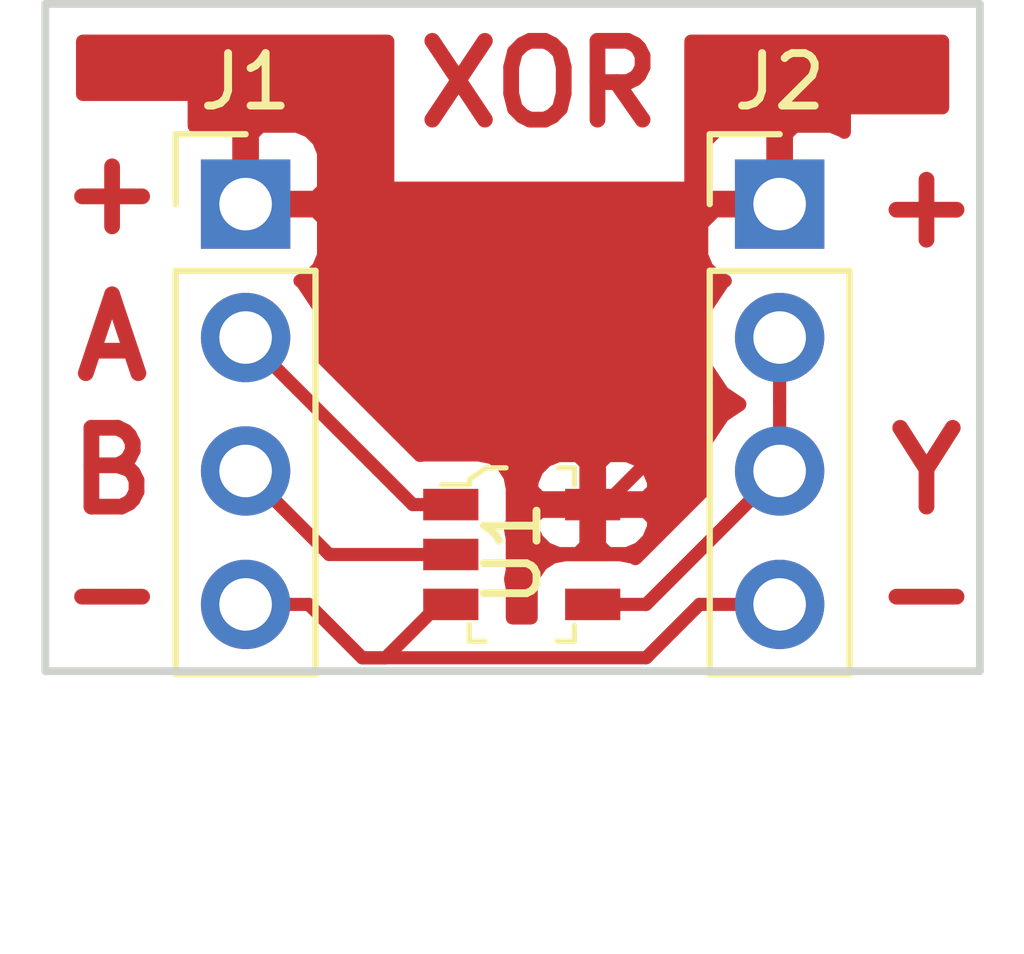
<source format=kicad_pcb>
(kicad_pcb (version 4) (host pcbnew 4.0.7-e2-6376~60~ubuntu17.10.1)

  (general
    (links 8)
    (no_connects 0)
    (area 20.652381 18.974999 40.30762 37.222857)
    (thickness 1.6)
    (drawings 12)
    (tracks 28)
    (zones 0)
    (modules 3)
    (nets 6)
  )

  (page A4)
  (layers
    (0 F.Cu signal)
    (31 B.Cu signal)
    (32 B.Adhes user)
    (33 F.Adhes user)
    (34 B.Paste user)
    (35 F.Paste user)
    (36 B.SilkS user)
    (37 F.SilkS user)
    (38 B.Mask user)
    (39 F.Mask user)
    (40 Dwgs.User user)
    (41 Cmts.User user)
    (42 Eco1.User user)
    (43 Eco2.User user)
    (44 Edge.Cuts user)
    (45 Margin user)
    (46 B.CrtYd user)
    (47 F.CrtYd user)
    (48 B.Fab user)
    (49 F.Fab user)
  )

  (setup
    (last_trace_width 0.25)
    (trace_clearance 0.2)
    (zone_clearance 0.508)
    (zone_45_only no)
    (trace_min 0.2)
    (segment_width 0.2)
    (edge_width 0.15)
    (via_size 0.6)
    (via_drill 0.4)
    (via_min_size 0.4)
    (via_min_drill 0.3)
    (uvia_size 0.3)
    (uvia_drill 0.1)
    (uvias_allowed no)
    (uvia_min_size 0.2)
    (uvia_min_drill 0.1)
    (pcb_text_width 0.3)
    (pcb_text_size 1.5 1.5)
    (mod_edge_width 0.15)
    (mod_text_size 1 1)
    (mod_text_width 0.15)
    (pad_size 1.524 1.524)
    (pad_drill 0.762)
    (pad_to_mask_clearance 0.2)
    (aux_axis_origin 0 0)
    (grid_origin 21.59 31.75)
    (visible_elements FFFFFF7F)
    (pcbplotparams
      (layerselection 0x01080_00000001)
      (usegerberextensions false)
      (excludeedgelayer true)
      (linewidth 0.100000)
      (plotframeref false)
      (viasonmask false)
      (mode 1)
      (useauxorigin true)
      (hpglpennumber 1)
      (hpglpenspeed 20)
      (hpglpendiameter 15)
      (hpglpenoverlay 2)
      (psnegative false)
      (psa4output false)
      (plotreference true)
      (plotvalue false)
      (plotinvisibletext false)
      (padsonsilk false)
      (subtractmaskfromsilk false)
      (outputformat 1)
      (mirror false)
      (drillshape 0)
      (scaleselection 1)
      (outputdirectory plot/))
  )

  (net 0 "")
  (net 1 "Net-(J1-Pad1)")
  (net 2 "Net-(J2-Pad2)")
  (net 3 "Net-(J1-Pad4)")
  (net 4 "Net-(J1-Pad3)")
  (net 5 "Net-(J1-Pad2)")

  (net_class Default "This is the default net class."
    (clearance 0.2)
    (trace_width 0.25)
    (via_dia 0.6)
    (via_drill 0.4)
    (uvia_dia 0.3)
    (uvia_drill 0.1)
    (add_net "Net-(J1-Pad1)")
    (add_net "Net-(J1-Pad2)")
    (add_net "Net-(J1-Pad3)")
    (add_net "Net-(J1-Pad4)")
    (add_net "Net-(J2-Pad2)")
  )

  (module digikey-footprints:SOT-753 (layer F.Cu) (tedit 59EF821D) (tstamp 5AEF948A)
    (at 30.654 29.53 270)
    (path /5AEF9437)
    (fp_text reference U1 (at -0.025 0.174 270) (layer F.SilkS)
      (effects (font (size 1 1) (thickness 0.15)))
    )
    (fp_text value SN74LVC1G08DBVR (at 0.35 4.025 270) (layer F.Fab)
      (effects (font (size 1 1) (thickness 0.15)))
    )
    (fp_line (start -1.825 2.125) (end -1.825 -2.125) (layer F.CrtYd) (width 0.05))
    (fp_line (start 1.825 2.125) (end -1.825 2.125) (layer F.CrtYd) (width 0.05))
    (fp_line (start 1.825 -2.125) (end 1.825 2.125) (layer F.CrtYd) (width 0.05))
    (fp_line (start -1.825 -2.125) (end 1.825 -2.125) (layer F.CrtYd) (width 0.05))
    (fp_text user %R (at 0 0.1 450) (layer F.Fab)
      (effects (font (size 0.75 0.75) (thickness 0.075)))
    )
    (fp_line (start -1.325 -1) (end -1.65 -1) (layer F.SilkS) (width 0.1))
    (fp_line (start -1.65 -1) (end -1.65 -0.7) (layer F.SilkS) (width 0.1))
    (fp_line (start 1.325 1) (end 1.65 1) (layer F.SilkS) (width 0.1))
    (fp_line (start 1.65 1) (end 1.65 0.7) (layer F.SilkS) (width 0.1))
    (fp_line (start 1.35 -1) (end 1.65 -1) (layer F.SilkS) (width 0.1))
    (fp_line (start 1.65 -1) (end 1.65 -0.675) (layer F.SilkS) (width 0.1))
    (fp_line (start -1.65 0.675) (end -1.425 1) (layer F.SilkS) (width 0.1))
    (fp_line (start -1.425 1) (end -1.325 1) (layer F.SilkS) (width 0.1))
    (fp_line (start -1.325 1) (end -1.325 1.525) (layer F.SilkS) (width 0.1))
    (fp_line (start -1.65 0.675) (end -1.65 0.3) (layer F.SilkS) (width 0.1))
    (fp_line (start -1.525 0.625) (end -1.525 -0.875) (layer F.Fab) (width 0.1))
    (fp_line (start -1.35 0.875) (end 1.525 0.875) (layer F.Fab) (width 0.1))
    (fp_line (start -1.525 0.625) (end -1.35 0.875) (layer F.Fab) (width 0.1))
    (fp_line (start 1.525 -0.875) (end 1.525 0.875) (layer F.Fab) (width 0.1))
    (fp_line (start -1.525 -0.875) (end 1.525 -0.875) (layer F.Fab) (width 0.1))
    (pad 5 smd rect (at -0.95 -1.35 270) (size 0.6 1.05) (layers F.Cu F.Paste F.Mask)
      (net 1 "Net-(J1-Pad1)") (solder_mask_margin 0.07))
    (pad 4 smd rect (at 0.95 -1.35 270) (size 0.6 1.05) (layers F.Cu F.Paste F.Mask)
      (net 2 "Net-(J2-Pad2)") (solder_mask_margin 0.07))
    (pad 3 smd rect (at 0.95 1.35 270) (size 0.6 1.05) (layers F.Cu F.Paste F.Mask)
      (net 3 "Net-(J1-Pad4)") (solder_mask_margin 0.07))
    (pad 2 smd rect (at 0 1.35 270) (size 0.6 1.05) (layers F.Cu F.Paste F.Mask)
      (net 4 "Net-(J1-Pad3)") (solder_mask_margin 0.07))
    (pad 1 smd rect (at -0.95 1.35 270) (size 0.6 1.05) (layers F.Cu F.Paste F.Mask)
      (net 5 "Net-(J1-Pad2)") (solder_mask_margin 0.07))
  )

  (module Pin_Headers:Pin_Header_Straight_1x04_Pitch2.54mm (layer F.Cu) (tedit 59650532) (tstamp 5B0112F5)
    (at 25.4 22.86)
    (descr "Through hole straight pin header, 1x04, 2.54mm pitch, single row")
    (tags "Through hole pin header THT 1x04 2.54mm single row")
    (path /5AEF978F)
    (fp_text reference J1 (at 0 -2.33) (layer F.SilkS)
      (effects (font (size 1 1) (thickness 0.15)))
    )
    (fp_text value Conn_01x04 (at 0 9.95) (layer F.Fab)
      (effects (font (size 1 1) (thickness 0.15)))
    )
    (fp_line (start -0.635 -1.27) (end 1.27 -1.27) (layer F.Fab) (width 0.1))
    (fp_line (start 1.27 -1.27) (end 1.27 8.89) (layer F.Fab) (width 0.1))
    (fp_line (start 1.27 8.89) (end -1.27 8.89) (layer F.Fab) (width 0.1))
    (fp_line (start -1.27 8.89) (end -1.27 -0.635) (layer F.Fab) (width 0.1))
    (fp_line (start -1.27 -0.635) (end -0.635 -1.27) (layer F.Fab) (width 0.1))
    (fp_line (start -1.33 8.95) (end 1.33 8.95) (layer F.SilkS) (width 0.12))
    (fp_line (start -1.33 1.27) (end -1.33 8.95) (layer F.SilkS) (width 0.12))
    (fp_line (start 1.33 1.27) (end 1.33 8.95) (layer F.SilkS) (width 0.12))
    (fp_line (start -1.33 1.27) (end 1.33 1.27) (layer F.SilkS) (width 0.12))
    (fp_line (start -1.33 0) (end -1.33 -1.33) (layer F.SilkS) (width 0.12))
    (fp_line (start -1.33 -1.33) (end 0 -1.33) (layer F.SilkS) (width 0.12))
    (fp_line (start -1.8 -1.8) (end -1.8 9.4) (layer F.CrtYd) (width 0.05))
    (fp_line (start -1.8 9.4) (end 1.8 9.4) (layer F.CrtYd) (width 0.05))
    (fp_line (start 1.8 9.4) (end 1.8 -1.8) (layer F.CrtYd) (width 0.05))
    (fp_line (start 1.8 -1.8) (end -1.8 -1.8) (layer F.CrtYd) (width 0.05))
    (fp_text user %R (at 0 3.81 90) (layer F.Fab)
      (effects (font (size 1 1) (thickness 0.15)))
    )
    (pad 1 thru_hole rect (at 0 0) (size 1.7 1.7) (drill 1) (layers *.Cu *.Mask)
      (net 1 "Net-(J1-Pad1)"))
    (pad 2 thru_hole oval (at 0 2.54) (size 1.7 1.7) (drill 1) (layers *.Cu *.Mask)
      (net 5 "Net-(J1-Pad2)"))
    (pad 3 thru_hole oval (at 0 5.08) (size 1.7 1.7) (drill 1) (layers *.Cu *.Mask)
      (net 4 "Net-(J1-Pad3)"))
    (pad 4 thru_hole oval (at 0 7.62) (size 1.7 1.7) (drill 1) (layers *.Cu *.Mask)
      (net 3 "Net-(J1-Pad4)"))
    (model ${KISYS3DMOD}/Pin_Headers.3dshapes/Pin_Header_Straight_1x04_Pitch2.54mm.wrl
      (at (xyz 0 0 0))
      (scale (xyz 1 1 1))
      (rotate (xyz 0 0 0))
    )
  )

  (module Pin_Headers:Pin_Header_Straight_1x04_Pitch2.54mm (layer F.Cu) (tedit 59650532) (tstamp 5B01130D)
    (at 35.56 22.86)
    (descr "Through hole straight pin header, 1x04, 2.54mm pitch, single row")
    (tags "Through hole pin header THT 1x04 2.54mm single row")
    (path /5AEF980E)
    (fp_text reference J2 (at 0 -2.33) (layer F.SilkS)
      (effects (font (size 1 1) (thickness 0.15)))
    )
    (fp_text value Conn_01x04 (at 0 9.95) (layer F.Fab)
      (effects (font (size 1 1) (thickness 0.15)))
    )
    (fp_line (start -0.635 -1.27) (end 1.27 -1.27) (layer F.Fab) (width 0.1))
    (fp_line (start 1.27 -1.27) (end 1.27 8.89) (layer F.Fab) (width 0.1))
    (fp_line (start 1.27 8.89) (end -1.27 8.89) (layer F.Fab) (width 0.1))
    (fp_line (start -1.27 8.89) (end -1.27 -0.635) (layer F.Fab) (width 0.1))
    (fp_line (start -1.27 -0.635) (end -0.635 -1.27) (layer F.Fab) (width 0.1))
    (fp_line (start -1.33 8.95) (end 1.33 8.95) (layer F.SilkS) (width 0.12))
    (fp_line (start -1.33 1.27) (end -1.33 8.95) (layer F.SilkS) (width 0.12))
    (fp_line (start 1.33 1.27) (end 1.33 8.95) (layer F.SilkS) (width 0.12))
    (fp_line (start -1.33 1.27) (end 1.33 1.27) (layer F.SilkS) (width 0.12))
    (fp_line (start -1.33 0) (end -1.33 -1.33) (layer F.SilkS) (width 0.12))
    (fp_line (start -1.33 -1.33) (end 0 -1.33) (layer F.SilkS) (width 0.12))
    (fp_line (start -1.8 -1.8) (end -1.8 9.4) (layer F.CrtYd) (width 0.05))
    (fp_line (start -1.8 9.4) (end 1.8 9.4) (layer F.CrtYd) (width 0.05))
    (fp_line (start 1.8 9.4) (end 1.8 -1.8) (layer F.CrtYd) (width 0.05))
    (fp_line (start 1.8 -1.8) (end -1.8 -1.8) (layer F.CrtYd) (width 0.05))
    (fp_text user %R (at 0 3.81 90) (layer F.Fab)
      (effects (font (size 1 1) (thickness 0.15)))
    )
    (pad 1 thru_hole rect (at 0 0) (size 1.7 1.7) (drill 1) (layers *.Cu *.Mask)
      (net 1 "Net-(J1-Pad1)"))
    (pad 2 thru_hole oval (at 0 2.54) (size 1.7 1.7) (drill 1) (layers *.Cu *.Mask)
      (net 2 "Net-(J2-Pad2)"))
    (pad 3 thru_hole oval (at 0 5.08) (size 1.7 1.7) (drill 1) (layers *.Cu *.Mask)
      (net 2 "Net-(J2-Pad2)"))
    (pad 4 thru_hole oval (at 0 7.62) (size 1.7 1.7) (drill 1) (layers *.Cu *.Mask)
      (net 3 "Net-(J1-Pad4)"))
    (model ${KISYS3DMOD}/Pin_Headers.3dshapes/Pin_Header_Straight_1x04_Pitch2.54mm.wrl
      (at (xyz 0 0 0))
      (scale (xyz 1 1 1))
      (rotate (xyz 0 0 0))
    )
  )

  (gr_text XOR (at 30.988 20.574) (layer F.Cu)
    (effects (font (size 1.5 1.5) (thickness 0.3)))
  )
  (gr_text - (at 38.354 30.226) (layer F.Cu)
    (effects (font (size 1.5 1.5) (thickness 0.3)))
  )
  (gr_text + (at 38.354 22.86) (layer F.Cu)
    (effects (font (size 1.5 1.5) (thickness 0.3)))
  )
  (gr_text Y (at 38.354 27.94) (layer F.Cu)
    (effects (font (size 1.5 1.5) (thickness 0.3)))
  )
  (gr_text + (at 22.86 22.606) (layer F.Cu)
    (effects (font (size 1.5 1.5) (thickness 0.3)))
  )
  (gr_text - (at 22.86 30.226) (layer F.Cu)
    (effects (font (size 1.5 1.5) (thickness 0.3)))
  )
  (gr_text B (at 22.86 27.94) (layer F.Cu)
    (effects (font (size 1.5 1.5) (thickness 0.3)))
  )
  (gr_text A (at 22.86 25.4) (layer F.Cu)
    (effects (font (size 1.5 1.5) (thickness 0.3)))
  )
  (gr_line (start 39.37 19.05) (end 21.59 19.05) (layer Edge.Cuts) (width 0.15))
  (gr_line (start 39.37 31.75) (end 39.37 19.05) (layer Edge.Cuts) (width 0.15))
  (gr_line (start 21.59 31.75) (end 39.37 31.75) (layer Edge.Cuts) (width 0.15))
  (gr_line (start 21.59 19.05) (end 21.59 31.75) (layer Edge.Cuts) (width 0.15))

  (segment (start 25.4 22.86) (end 26.67 22.86) (width 0.25) (layer F.Cu) (net 1))
  (segment (start 26.67 22.86) (end 27.178 23.368) (width 0.25) (layer F.Cu) (net 1))
  (segment (start 27.178 23.368) (end 27.178 25.654) (width 0.25) (layer F.Cu) (net 1))
  (segment (start 27.178 25.654) (end 28.956 27.432) (width 0.25) (layer F.Cu) (net 1))
  (segment (start 28.956 27.432) (end 33.274 27.432) (width 0.25) (layer F.Cu) (net 1))
  (segment (start 33.274 27.432) (end 33.274 27.535) (width 0.25) (layer F.Cu) (net 1))
  (segment (start 33.274 27.535) (end 32.229 28.58) (width 0.25) (layer F.Cu) (net 1))
  (segment (start 32.229 28.58) (end 32.004 28.58) (width 0.25) (layer F.Cu) (net 1))
  (segment (start 33.782 23.538) (end 34.46 22.86) (width 0.25) (layer F.Cu) (net 1))
  (segment (start 33.782 26.924) (end 33.782 23.538) (width 0.25) (layer F.Cu) (net 1))
  (segment (start 33.274 27.432) (end 33.782 26.924) (width 0.25) (layer F.Cu) (net 1))
  (segment (start 34.46 22.86) (end 35.56 22.86) (width 0.25) (layer F.Cu) (net 1))
  (segment (start 35.56 25.4) (end 35.56 26.602081) (width 0.25) (layer F.Cu) (net 2))
  (segment (start 35.56 26.602081) (end 35.56 27.94) (width 0.25) (layer F.Cu) (net 2))
  (segment (start 32.004 30.48) (end 33.02 30.48) (width 0.25) (layer F.Cu) (net 2))
  (segment (start 33.02 30.48) (end 35.56 27.94) (width 0.25) (layer F.Cu) (net 2))
  (segment (start 27.618081 31.496) (end 28.063 31.496) (width 0.25) (layer F.Cu) (net 3))
  (segment (start 28.063 31.496) (end 29.079 30.48) (width 0.25) (layer F.Cu) (net 3))
  (segment (start 29.079 30.48) (end 29.304 30.48) (width 0.25) (layer F.Cu) (net 3))
  (segment (start 33.02 31.496) (end 34.036 30.48) (width 0.25) (layer F.Cu) (net 3))
  (segment (start 34.036 30.48) (end 35.56 30.48) (width 0.25) (layer F.Cu) (net 3))
  (segment (start 27.618081 31.496) (end 33.02 31.496) (width 0.25) (layer F.Cu) (net 3))
  (segment (start 25.4 30.48) (end 26.602081 30.48) (width 0.25) (layer F.Cu) (net 3))
  (segment (start 26.602081 30.48) (end 27.618081 31.496) (width 0.25) (layer F.Cu) (net 3))
  (segment (start 25.4 27.94) (end 26.99 29.53) (width 0.25) (layer F.Cu) (net 4))
  (segment (start 26.99 29.53) (end 29.304 29.53) (width 0.25) (layer F.Cu) (net 4))
  (segment (start 25.4 25.4) (end 28.58 28.58) (width 0.25) (layer F.Cu) (net 5))
  (segment (start 28.58 28.58) (end 29.304 28.58) (width 0.25) (layer F.Cu) (net 5))

  (zone (net 1) (net_name "Net-(J1-Pad1)") (layer F.Cu) (tstamp 0) (hatch edge 0.508)
    (connect_pads (clearance 0.508))
    (min_thickness 0.254)
    (fill yes (arc_segments 16) (thermal_gap 0.508) (thermal_bridge_width 0.508))
    (polygon
      (pts
        (xy 21.59 19.05) (xy 21.59 31.75) (xy 39.37 31.75) (xy 39.37 19.05)
      )
    )
    (filled_polygon
      (pts
        (xy 28.103 22.559) (xy 33.873 22.559) (xy 33.873 21.88369) (xy 34.075 21.88369) (xy 34.075 22.57425)
        (xy 34.23375 22.733) (xy 35.433 22.733) (xy 35.433 21.53375) (xy 35.27425 21.375) (xy 34.583691 21.375)
        (xy 34.350302 21.471673) (xy 34.171673 21.650301) (xy 34.075 21.88369) (xy 33.873 21.88369) (xy 33.873 19.76)
        (xy 38.66 19.76) (xy 38.66 21.025) (xy 36.790429 21.025) (xy 36.790429 21.492404) (xy 36.769698 21.471673)
        (xy 36.536309 21.375) (xy 35.84575 21.375) (xy 35.687 21.53375) (xy 35.687 22.733) (xy 35.707 22.733)
        (xy 35.707 22.987) (xy 35.687 22.987) (xy 35.687 23.007) (xy 35.433 23.007) (xy 35.433 22.987)
        (xy 34.23375 22.987) (xy 34.075 23.14575) (xy 34.075 23.83631) (xy 34.171673 24.069699) (xy 34.350302 24.248327)
        (xy 34.524777 24.320597) (xy 34.480853 24.349946) (xy 34.158946 24.831715) (xy 34.045907 25.4) (xy 34.158946 25.968285)
        (xy 34.480853 26.450054) (xy 34.8 26.663301) (xy 34.8 26.676699) (xy 34.480853 26.889946) (xy 34.158946 27.371715)
        (xy 34.045907 27.94) (xy 34.11879 28.306408) (xy 32.816974 29.608224) (xy 32.78089 29.583569) (xy 32.529 29.53256)
        (xy 31.479 29.53256) (xy 31.243683 29.576838) (xy 31.027559 29.71591) (xy 30.882569 29.92811) (xy 30.83156 30.18)
        (xy 30.83156 30.736) (xy 30.47644 30.736) (xy 30.47644 30.18) (xy 30.442303 29.998576) (xy 30.47644 29.83)
        (xy 30.47644 29.23) (xy 30.442303 29.048576) (xy 30.47644 28.88) (xy 30.47644 28.86575) (xy 30.844 28.86575)
        (xy 30.844 29.006309) (xy 30.940673 29.239698) (xy 31.119301 29.418327) (xy 31.35269 29.515) (xy 31.71825 29.515)
        (xy 31.877 29.35625) (xy 31.877 28.707) (xy 32.131 28.707) (xy 32.131 29.35625) (xy 32.28975 29.515)
        (xy 32.65531 29.515) (xy 32.888699 29.418327) (xy 33.067327 29.239698) (xy 33.164 29.006309) (xy 33.164 28.86575)
        (xy 33.00525 28.707) (xy 32.131 28.707) (xy 31.877 28.707) (xy 31.00275 28.707) (xy 30.844 28.86575)
        (xy 30.47644 28.86575) (xy 30.47644 28.28) (xy 30.452674 28.153691) (xy 30.844 28.153691) (xy 30.844 28.29425)
        (xy 31.00275 28.453) (xy 31.877 28.453) (xy 31.877 27.80375) (xy 32.131 27.80375) (xy 32.131 28.453)
        (xy 33.00525 28.453) (xy 33.164 28.29425) (xy 33.164 28.153691) (xy 33.067327 27.920302) (xy 32.888699 27.741673)
        (xy 32.65531 27.645) (xy 32.28975 27.645) (xy 32.131 27.80375) (xy 31.877 27.80375) (xy 31.71825 27.645)
        (xy 31.35269 27.645) (xy 31.119301 27.741673) (xy 30.940673 27.920302) (xy 30.844 28.153691) (xy 30.452674 28.153691)
        (xy 30.432162 28.044683) (xy 30.29309 27.828559) (xy 30.08089 27.683569) (xy 29.829 27.63256) (xy 28.779 27.63256)
        (xy 28.718707 27.643905) (xy 26.84121 25.766408) (xy 26.914093 25.4) (xy 26.801054 24.831715) (xy 26.479147 24.349946)
        (xy 26.435223 24.320597) (xy 26.609698 24.248327) (xy 26.788327 24.069699) (xy 26.885 23.83631) (xy 26.885 23.14575)
        (xy 26.72625 22.987) (xy 25.527 22.987) (xy 25.527 23.007) (xy 25.273 23.007) (xy 25.273 22.987)
        (xy 25.253 22.987) (xy 25.253 22.733) (xy 25.273 22.733) (xy 25.273 21.53375) (xy 25.527 21.53375)
        (xy 25.527 22.733) (xy 26.72625 22.733) (xy 26.885 22.57425) (xy 26.885 21.88369) (xy 26.788327 21.650301)
        (xy 26.609698 21.471673) (xy 26.376309 21.375) (xy 25.68575 21.375) (xy 25.527 21.53375) (xy 25.273 21.53375)
        (xy 25.11425 21.375) (xy 24.423691 21.375) (xy 24.423572 21.375049) (xy 24.423572 20.771) (xy 22.3 20.771)
        (xy 22.3 19.76) (xy 28.103 19.76)
      )
    )
  )
)

</source>
